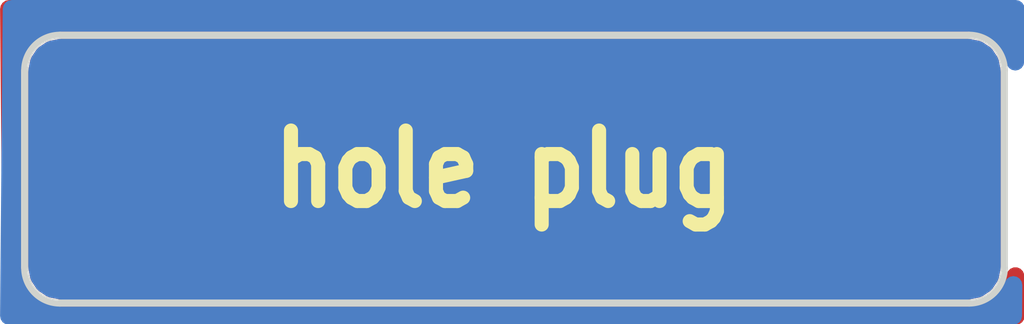
<source format=kicad_pcb>
(kicad_pcb (version 4) (host pcbnew "(2016-07-22 BZR 6991, Git 146a78a)-product")

  (general
    (links 0)
    (no_connects 0)
    (area 24.599999 92.599999 38.600001 96.500001)
    (thickness 1.6)
    (drawings 226)
    (tracks 1)
    (zones 0)
    (modules 0)
    (nets 1)
  )

  (page A4)
  (layers
    (0 F.Cu signal)
    (31 B.Cu signal)
    (32 B.Adhes user)
    (33 F.Adhes user)
    (34 B.Paste user)
    (35 F.Paste user)
    (36 B.SilkS user)
    (37 F.SilkS user)
    (38 B.Mask user)
    (39 F.Mask user)
    (40 Dwgs.User user hide)
    (41 Cmts.User user)
    (42 Eco1.User user)
    (43 Eco2.User user)
    (44 Edge.Cuts user)
    (45 Margin user)
    (46 B.CrtYd user)
    (47 F.CrtYd user)
    (48 B.Fab user)
    (49 F.Fab user)
  )

  (setup
    (last_trace_width 0.25)
    (trace_clearance 0.2)
    (zone_clearance 0)
    (zone_45_only yes)
    (trace_min 0.2)
    (segment_width 0.5)
    (edge_width 0.1)
    (via_size 0.8)
    (via_drill 0.4)
    (via_min_size 0.4)
    (via_min_drill 0.3)
    (uvia_size 0.3)
    (uvia_drill 0.1)
    (uvias_allowed no)
    (uvia_min_size 0.2)
    (uvia_min_drill 0.1)
    (pcb_text_width 0.3)
    (pcb_text_size 1.5 1.5)
    (mod_edge_width 0.15)
    (mod_text_size 1 1)
    (mod_text_width 0.15)
    (pad_size 0.8 0.8)
    (pad_drill 0.45)
    (pad_to_mask_clearance 0)
    (aux_axis_origin 24.25 92.1)
    (grid_origin 24.25 92.1)
    (visible_elements 7FFFFFFF)
    (pcbplotparams
      (layerselection 0x010f0_ffffffff)
      (usegerberextensions true)
      (excludeedgelayer true)
      (linewidth 0.150000)
      (plotframeref false)
      (viasonmask false)
      (mode 1)
      (useauxorigin true)
      (hpglpennumber 1)
      (hpglpenspeed 20)
      (hpglpendiameter 15)
      (psnegative false)
      (psa4output false)
      (plotreference false)
      (plotvalue false)
      (plotinvisibletext false)
      (padsonsilk false)
      (subtractmaskfromsilk true)
      (outputformat 1)
      (mirror false)
      (drillshape 0)
      (scaleselection 1)
      (outputdirectory Gerber/20160819_hole_plug_1/))
  )

  (net 0 "")

  (net_class Default "This is the default net class."
    (clearance 0.2)
    (trace_width 0.25)
    (via_dia 0.8)
    (via_drill 0.4)
    (uvia_dia 0.3)
    (uvia_drill 0.1)
  )

  (gr_text "hole plug" (at 31.45 94.55) (layer F.SilkS) (tstamp 57B64DB5)
    (effects (font (size 1 0.9) (thickness 0.2)))
  )
  (gr_line (start 25.15 96.45) (end 38.05 96.45) (layer Edge.Cuts) (width 0.1))
  (gr_line (start 24.65 93.15) (end 24.65 95.95) (layer Edge.Cuts) (width 0.1))
  (gr_line (start 38.05 92.65) (end 25.15 92.65) (layer Edge.Cuts) (width 0.1))
  (gr_line (start 38.55 95.95) (end 38.55 93.15) (layer Edge.Cuts) (width 0.1))
  (gr_arc (start 38.05 95.95) (end 38.55 95.95) (angle 90) (layer Edge.Cuts) (width 0.1) (tstamp 57B64C9E))
  (gr_arc (start 38.05 93.15) (end 38.05 92.65) (angle 90) (layer Edge.Cuts) (width 0.1) (tstamp 57B64C94))
  (gr_arc (start 25.15 93.15) (end 24.65 93.15) (angle 90) (layer Edge.Cuts) (width 0.1) (tstamp 57B64C86))
  (gr_arc (start 25.15 95.95) (end 25.15 96.45) (angle 90) (layer Edge.Cuts) (width 0.1) (tstamp 57B64C75))
  (gr_line (start 30.861191 121.923439) (end 96.368446 121.923439) (layer Dwgs.User) (width 0.1))
  (gr_line (start 89.85 99.53) (end 90.25 99.93) (layer Dwgs.User) (width 0.2) (tstamp 57ABA1D5))
  (gr_line (start 90.25 99.53) (end 89.85 99.93) (layer Dwgs.User) (width 0.2) (tstamp 57ABA1E4))
  (gr_line (start 90.25 99.93) (end 90.25 99.53) (layer Dwgs.User) (width 0.2) (tstamp 57ABA1E1))
  (gr_line (start 90.25 99.53) (end 89.85 99.93) (layer Dwgs.User) (width 0.2) (tstamp 57ABA1DB))
  (gr_line (start 89.85 99.93) (end 89.85 99.53) (layer Dwgs.User) (width 0.2) (tstamp 57ABA1D8))
  (gr_line (start 89.85 99.53) (end 90.25 99.93) (layer Dwgs.User) (width 0.2) (tstamp 57ABA1DE))
  (gr_line (start 97.289077 123.308939) (end 97.289077 121.708939) (layer Dwgs.User) (width 0.1))
  (gr_line (start 48.0331 113.572642) (end 42.668781 113.572642) (layer Dwgs.User) (width 0.1))
  (gr_line (start 48.0331 121.236828) (end 48.0331 113.572642) (layer Dwgs.User) (width 0.1))
  (gr_line (start 42.668781 113.572642) (end 42.668781 121.236828) (layer Dwgs.User) (width 0.1))
  (gr_line (start 97.289077 121.708939) (end 29.202965 121.708939) (layer Dwgs.User) (width 0.1))
  (gr_line (start 69.913521 119.199078) (end 57.413521 119.199078) (layer Dwgs.User) (width 0.1))
  (gr_line (start 42.668781 121.236828) (end 48.0331 121.236828) (layer Dwgs.User) (width 0.1))
  (gr_line (start 29.202965 121.708939) (end 29.202965 123.308939) (layer Dwgs.User) (width 0.1))
  (gr_line (start 57.413521 119.199078) (end 57.413521 124.199078) (layer Dwgs.User) (width 0.1))
  (gr_line (start 69.913521 124.199078) (end 69.913521 119.199078) (layer Dwgs.User) (width 0.1))
  (gr_line (start 29.202965 123.308939) (end 97.289077 123.308939) (layer Dwgs.User) (width 0.1))
  (gr_line (start 57.413521 124.199078) (end 69.913521 124.199078) (layer Dwgs.User) (width 0.1))
  (gr_line (start 95.513035 97.299353) (end 95.575398 94.81731) (layer Dwgs.User) (width 0.1))
  (gr_line (start 99.080191 98.933259) (end 97.196832 98.858422) (layer Dwgs.User) (width 0.1))
  (gr_line (start 30.807102 95.442694) (end 29.643562 94.960739) (layer Dwgs.User) (width 0.1))
  (gr_line (start 28.123694 119.912146) (end 28.086277 121.758088) (layer Dwgs.User) (width 0.1))
  (gr_line (start 28.037135 124.122396) (end 28.519087 125.285936) (layer Dwgs.User) (width 0.1))
  (gr_line (start 96.149136 123.57909) (end 97.309086 122.506451) (layer Dwgs.User) (width 0.1))
  (gr_line (start 29.932219 121.770562) (end 29.894802 122.369246) (layer Dwgs.User) (width 0.1))
  (gr_line (start 95.625289 123.554142) (end 96.149136 123.57909) (layer Dwgs.User) (width 0.1))
  (gr_line (start 29.643562 98.251731) (end 30.807102 97.769778) (layer Dwgs.User) (width 0.1))
  (gr_line (start 96.151332 124.169465) (end 96.151332 124.169465) (layer Dwgs.User) (width 0.1))
  (gr_line (start 31.516237 123.529196) (end 31.603545 125.811677) (layer Dwgs.User) (width 0.1))
  (gr_line (start 29.98211 98.845953) (end 28.111223 98.858427) (layer Dwgs.User) (width 0.1))
  (gr_line (start 96.660508 110.345668) (end 96.7104 100.854035) (layer Dwgs.User) (width 0.1))
  (gr_line (start 30.846168 122.958856) (end 29.682629 122.476901) (layer Dwgs.User) (width 0.1))
  (gr_line (start 96.660508 119.912135) (end 96.660508 110.345668) (layer Dwgs.User) (width 0.1))
  (gr_line (start 31.289056 96.606234) (end 30.807102 95.442694) (layer Dwgs.User) (width 0.1))
  (gr_line (start 28.480022 97.769778) (end 29.643562 98.251731) (layer Dwgs.User) (width 0.1))
  (gr_line (start 28.519087 122.958856) (end 28.037135 124.122396) (layer Dwgs.User) (width 0.1))
  (gr_line (start 29.682629 122.476901) (end 28.519087 122.958856) (layer Dwgs.User) (width 0.1))
  (gr_line (start 97.796826 122.52397) (end 96.633284 123.005925) (layer Dwgs.User) (width 0.1))
  (gr_line (start 31.603545 125.811677) (end 95.550452 125.824151) (layer Dwgs.User) (width 0.1))
  (gr_line (start 31.328123 124.122396) (end 30.846168 122.958856) (layer Dwgs.User) (width 0.1))
  (gr_line (start 96.7104 100.854035) (end 99.055243 100.766727) (layer Dwgs.User) (width 0.1))
  (gr_line (start 28.480022 95.442694) (end 27.998068 96.606234) (layer Dwgs.User) (width 0.1))
  (gr_line (start 99.155025 119.949552) (end 96.660508 119.912135) (layer Dwgs.User) (width 0.1))
  (gr_line (start 99.22986 121.770548) (end 99.155025 119.949552) (layer Dwgs.User) (width 0.1))
  (gr_line (start 27.998068 96.606234) (end 28.480022 97.769778) (layer Dwgs.User) (width 0.1))
  (gr_line (start 98.960365 123.005925) (end 97.796826 122.52397) (layer Dwgs.User) (width 0.1))
  (gr_line (start 70.608536 119.540521) (end 70.608536 115.480749) (layer Dwgs.User) (width 0.1))
  (gr_line (start 29.643562 94.960739) (end 28.480022 95.442694) (layer Dwgs.User) (width 0.1))
  (gr_line (start 29.894802 122.369246) (end 30.95497 123.579085) (layer Dwgs.User) (width 0.1))
  (gr_line (start 31.34162 97.199573) (end 29.98211 98.584028) (layer Dwgs.User) (width 0.1))
  (gr_line (start 97.246723 98.234792) (end 96.236444 97.286879) (layer Dwgs.User) (width 0.1))
  (gr_line (start 95.575398 94.81731) (end 31.62849 94.829781) (layer Dwgs.User) (width 0.1))
  (gr_line (start 30.807102 97.769778) (end 31.289056 96.606234) (layer Dwgs.User) (width 0.1))
  (gr_line (start 97.408863 121.832911) (end 99.22986 121.770548) (layer Dwgs.User) (width 0.1))
  (gr_line (start 28.111223 98.858427) (end 28.086274 100.754261) (layer Dwgs.User) (width 0.1))
  (gr_line (start 27.998068 96.606234) (end 27.998068 96.606234) (layer Dwgs.User) (width 0.1))
  (gr_line (start 29.682629 125.76789) (end 30.846168 125.285936) (layer Dwgs.User) (width 0.1))
  (gr_line (start 30.95497 123.579085) (end 31.516237 123.529196) (layer Dwgs.User) (width 0.1))
  (gr_line (start 96.236444 97.286879) (end 95.513035 97.299353) (layer Dwgs.User) (width 0.1))
  (gr_line (start 56.543957 119.540521) (end 70.608536 119.540521) (layer Dwgs.User) (width 0.1))
  (gr_line (start 28.086277 121.758088) (end 29.932219 121.770562) (layer Dwgs.User) (width 0.1))
  (gr_line (start 28.086274 100.754261) (end 30.555846 100.779209) (layer Dwgs.User) (width 0.1))
  (gr_line (start 30.846168 125.285936) (end 31.328123 124.122396) (layer Dwgs.User) (width 0.1))
  (gr_line (start 28.519087 125.285936) (end 29.682629 125.76789) (layer Dwgs.User) (width 0.1))
  (gr_line (start 96.633284 123.005925) (end 96.151332 124.169465) (layer Dwgs.User) (width 0.1))
  (gr_line (start 99.055243 100.766727) (end 99.080191 98.933259) (layer Dwgs.User) (width 0.1))
  (gr_line (start 56.543957 115.480749) (end 56.543957 119.540521) (layer Dwgs.User) (width 0.1))
  (gr_line (start 28.037135 124.122396) (end 28.037135 124.122396) (layer Dwgs.User) (width 0.1))
  (gr_line (start 70.608536 115.480749) (end 56.543957 115.480749) (layer Dwgs.User) (width 0.1))
  (gr_line (start 70.396626 119.272938) (end 70.396626 115.83049) (layer Dwgs.User) (width 0.1))
  (gr_line (start 56.751611 115.83049) (end 56.751611 119.272938) (layer Dwgs.User) (width 0.1))
  (gr_line (start 30.555846 100.779209) (end 30.580794 119.862255) (layer Dwgs.User) (width 0.1))
  (gr_line (start 56.751611 119.272938) (end 70.396626 119.272938) (layer Dwgs.User) (width 0.1))
  (gr_line (start 70.396626 115.83049) (end 56.751611 115.83049) (layer Dwgs.User) (width 0.1))
  (gr_line (start 97.309086 122.506451) (end 97.408863 121.832911) (layer Dwgs.User) (width 0.1))
  (gr_line (start 97.196832 98.858422) (end 97.246723 98.234792) (layer Dwgs.User) (width 0.1))
  (gr_line (start 29.98211 98.584028) (end 29.98211 98.845953) (layer Dwgs.User) (width 0.1))
  (gr_line (start 95.550452 125.824151) (end 95.625289 123.554142) (layer Dwgs.User) (width 0.1))
  (gr_line (start 30.580794 119.862255) (end 28.123694 119.912146) (layer Dwgs.User) (width 0.1))
  (gr_line (start 99.44232 124.169465) (end 98.960365 123.005925) (layer Dwgs.User) (width 0.1))
  (gr_line (start 98.960365 125.333005) (end 99.44232 124.169465) (layer Dwgs.User) (width 0.1))
  (gr_line (start 97.796826 125.814959) (end 98.960365 125.333005) (layer Dwgs.User) (width 0.1))
  (gr_line (start 101.610071 127.868714) (end 101.610071 92.868713) (layer Dwgs.User) (width 0.1))
  (gr_line (start 25.610068 92.868713) (end 25.610068 127.868714) (layer Dwgs.User) (width 0.1))
  (gr_line (start 70.271898 119.28539) (end 56.851404 119.28539) (layer Dwgs.User) (width 0.1))
  (gr_line (start 69.648749 123.919269) (end 69.648749 119.400409) (layer Dwgs.User) (width 0.1))
  (gr_line (start 69.648749 119.400409) (end 57.662449 119.400409) (layer Dwgs.User) (width 0.1))
  (gr_line (start 57.662449 119.400409) (end 57.662449 123.919269) (layer Dwgs.User) (width 0.1))
  (gr_line (start 42.825261 121.244304) (end 47.826765 121.244304) (layer Dwgs.User) (width 0.1))
  (gr_line (start 47.908206 113.805182) (end 42.906702 113.805182) (layer Dwgs.User) (width 0.1))
  (gr_line (start 57.662449 123.919269) (end 69.648749 123.919269) (layer Dwgs.User) (width 0.1))
  (gr_line (start 97.756908 98.2755) (end 98.920445 97.793544) (layer Dwgs.User) (width 0.1))
  (gr_line (start 96.593365 97.793544) (end 97.756908 98.2755) (layer Dwgs.User) (width 0.1))
  (gr_line (start 56.851404 121.256057) (end 70.271898 121.256057) (layer Dwgs.User) (width 0.1))
  (gr_line (start 47.908206 121.226366) (end 47.908206 113.805182) (layer Dwgs.User) (width 0.1))
  (gr_line (start 96.593365 95.466459) (end 96.111414 96.63) (layer Dwgs.User) (width 0.1))
  (gr_line (start 98.920445 95.466459) (end 97.756908 94.984505) (layer Dwgs.User) (width 0.1))
  (gr_line (start 70.271898 121.256057) (end 70.271898 119.28539) (layer Dwgs.User) (width 0.1))
  (gr_line (start 42.825261 113.82312) (end 42.825261 121.244304) (layer Dwgs.User) (width 0.1))
  (gr_line (start 96.151332 124.169465) (end 96.633284 125.333005) (layer Dwgs.User) (width 0.1))
  (gr_line (start 47.826765 121.244304) (end 47.826765 113.82312) (layer Dwgs.User) (width 0.1))
  (gr_line (start 47.826765 113.82312) (end 42.825261 113.82312) (layer Dwgs.User) (width 0.1))
  (gr_line (start 42.906702 121.226366) (end 47.908206 121.226366) (layer Dwgs.User) (width 0.1))
  (gr_line (start 96.633284 125.333005) (end 97.796826 125.814959) (layer Dwgs.User) (width 0.1))
  (gr_line (start 96.111414 96.63) (end 96.111414 96.63) (layer Dwgs.User) (width 0.1))
  (gr_line (start 97.756908 94.984505) (end 96.593365 95.466459) (layer Dwgs.User) (width 0.1))
  (gr_line (start 99.402402 96.63) (end 98.920445 95.466459) (layer Dwgs.User) (width 0.1))
  (gr_line (start 56.851404 119.28539) (end 56.851404 121.256057) (layer Dwgs.User) (width 0.1))
  (gr_line (start 42.906702 113.805182) (end 42.906702 121.226366) (layer Dwgs.User) (width 0.1))
  (gr_line (start 25.610068 127.868714) (end 101.610071 127.868714) (layer Dwgs.User) (width 0.1))
  (gr_line (start 101.610071 92.868713) (end 25.610068 92.868713) (layer Dwgs.User) (width 0.1))
  (gr_line (start 98.920445 97.793544) (end 99.402402 96.63) (layer Dwgs.User) (width 0.1))
  (gr_line (start 96.111414 96.63) (end 96.593365 97.793544) (layer Dwgs.User) (width 0.1))
  (dimension 69.540006 (width 0.3) (layer Dwgs.User)
    (gr_text "69.540 mm" (at 63.563149 138.094064 0.02471776357) (layer Dwgs.User)
      (effects (font (size 1.5 1.5) (thickness 0.3)))
    )
    (feature1 (pts (xy 98.325738 120.9) (xy 98.333732 139.429064)))
    (feature2 (pts (xy 28.785738 120.93) (xy 28.793732 139.459064)))
    (crossbar (pts (xy 28.792567 136.759064) (xy 98.332567 136.729064)))
    (arrow1a (pts (xy 98.332567 136.729064) (xy 97.206316 137.315971)))
    (arrow1b (pts (xy 98.332567 136.729064) (xy 97.20581 136.143129)))
    (arrow2a (pts (xy 28.792567 136.759064) (xy 29.919324 137.344999)))
    (arrow2b (pts (xy 28.792567 136.759064) (xy 29.918818 136.172157)))
  )
  (gr_line (start 90.25 113.53) (end 89.85 113.93) (layer Dwgs.User) (width 0.2) (tstamp 57ABA1E6))
  (gr_line (start 77.25 113.53) (end 76.85 113.93) (layer Dwgs.User) (width 0.2) (tstamp 57ABA1E5))
  (gr_line (start 90.25 113.93) (end 90.25 113.53) (layer Dwgs.User) (width 0.2) (tstamp 57ABA1E3))
  (gr_line (start 77.25 113.93) (end 77.25 113.53) (layer Dwgs.User) (width 0.2) (tstamp 57ABA1E2))
  (gr_line (start 89.85 113.53) (end 90.25 113.93) (layer Dwgs.User) (width 0.2) (tstamp 57ABA1E0))
  (gr_line (start 76.85 113.53) (end 77.25 113.93) (layer Dwgs.User) (width 0.2) (tstamp 57ABA1DF))
  (gr_line (start 90.25 113.53) (end 89.85 113.93) (layer Dwgs.User) (width 0.2) (tstamp 57ABA1DD))
  (gr_line (start 77.25 113.53) (end 76.85 113.93) (layer Dwgs.User) (width 0.2) (tstamp 57ABA1DC))
  (gr_line (start 89.85 113.93) (end 89.85 113.53) (layer Dwgs.User) (width 0.2) (tstamp 57ABA1DA))
  (gr_line (start 76.85 113.93) (end 76.85 113.53) (layer Dwgs.User) (width 0.2) (tstamp 57ABA1D9))
  (gr_line (start 89.85 113.53) (end 90.25 113.93) (layer Dwgs.User) (width 0.2) (tstamp 57ABA1D7))
  (gr_line (start 76.85 113.53) (end 77.25 113.93) (layer Dwgs.User) (width 0.2) (tstamp 57ABA1D6))
  (gr_line (start 76.85 99.53) (end 77.25 99.93) (layer Dwgs.User) (width 0.2) (tstamp 57ABA1AB))
  (gr_line (start 77.25 99.53) (end 76.85 99.93) (layer Dwgs.User) (width 0.2) (tstamp 57ABA1AA))
  (gr_line (start 77.25 99.93) (end 77.25 99.53) (layer Dwgs.User) (width 0.2) (tstamp 57ABA1A9))
  (gr_line (start 63.25 113.53) (end 62.85 113.93) (layer Dwgs.User) (width 0.2) (tstamp 57AB9F4E))
  (gr_line (start 50.25 113.53) (end 49.85 113.93) (layer Dwgs.User) (width 0.2) (tstamp 57AB9F4D))
  (gr_line (start 37.25 113.53) (end 36.85 113.93) (layer Dwgs.User) (width 0.2) (tstamp 57AB9F4C))
  (gr_line (start 63.25 113.93) (end 63.25 113.53) (layer Dwgs.User) (width 0.2) (tstamp 57AB9F49))
  (gr_line (start 50.25 113.93) (end 50.25 113.53) (layer Dwgs.User) (width 0.2) (tstamp 57AB9F48))
  (gr_line (start 37.25 113.93) (end 37.25 113.53) (layer Dwgs.User) (width 0.2) (tstamp 57AB9F47))
  (gr_line (start 62.85 113.53) (end 63.25 113.93) (layer Dwgs.User) (width 0.2) (tstamp 57AB9F44))
  (gr_line (start 49.85 113.53) (end 50.25 113.93) (layer Dwgs.User) (width 0.2) (tstamp 57AB9F43))
  (gr_line (start 36.85 113.53) (end 37.25 113.93) (layer Dwgs.User) (width 0.2) (tstamp 57AB9F42))
  (gr_line (start 76.85 99.53) (end 77.25 99.93) (layer Dwgs.User) (width 0.2))
  (gr_line (start 76.85 99.93) (end 76.85 99.53) (layer Dwgs.User) (width 0.2))
  (gr_line (start 77.25 99.53) (end 76.85 99.93) (layer Dwgs.User) (width 0.2))
  (gr_line (start 27.791242 124.238726) (end 28.273197 123.075186) (layer Dwgs.User) (width 0.1))
  (gr_line (start 29.476654 95.053766) (end 30.640197 95.53572) (layer Dwgs.User) (width 0.1))
  (gr_line (start 29.476654 98.344761) (end 28.313117 97.862805) (layer Dwgs.User) (width 0.1))
  (gr_line (start 31.122148 96.699261) (end 30.640197 97.862805) (layer Dwgs.User) (width 0.1))
  (gr_line (start 101.623494 92.937974) (end 101.623494 127.937975) (layer Dwgs.User) (width 0.1))
  (gr_line (start 27.83116 96.699261) (end 28.313117 95.53572) (layer Dwgs.User) (width 0.1))
  (gr_line (start 30.600278 123.075186) (end 31.08223 124.238726) (layer Dwgs.User) (width 0.1))
  (gr_line (start 31.08223 124.238726) (end 31.08223 124.238726) (layer Dwgs.User) (width 0.1))
  (gr_line (start 28.273197 125.402266) (end 27.791242 124.238726) (layer Dwgs.User) (width 0.1))
  (gr_line (start 25.623491 127.937975) (end 25.623491 92.937974) (layer Dwgs.User) (width 0.1))
  (gr_line (start 101.623494 127.937975) (end 25.623491 127.937975) (layer Dwgs.User) (width 0.1))
  (gr_line (start 99.196427 124.191657) (end 98.714475 125.355197) (layer Dwgs.User) (width 0.1))
  (gr_line (start 30.600278 125.402266) (end 29.436736 125.88422) (layer Dwgs.User) (width 0.1))
  (gr_line (start 30.640197 97.862805) (end 29.476654 98.344761) (layer Dwgs.User) (width 0.1))
  (gr_line (start 95.905439 124.191657) (end 96.387394 123.028117) (layer Dwgs.User) (width 0.1))
  (gr_line (start 29.436736 122.593231) (end 30.600278 123.075186) (layer Dwgs.User) (width 0.1))
  (gr_line (start 31.08223 124.238726) (end 30.600278 125.402266) (layer Dwgs.User) (width 0.1))
  (gr_line (start 31.122148 96.699261) (end 31.122148 96.699261) (layer Dwgs.User) (width 0.1))
  (gr_line (start 30.640197 95.53572) (end 31.122148 96.699261) (layer Dwgs.User) (width 0.1))
  (gr_line (start 28.313117 95.53572) (end 29.476654 95.053766) (layer Dwgs.User) (width 0.1))
  (gr_line (start 28.313117 97.862805) (end 27.83116 96.699261) (layer Dwgs.User) (width 0.1))
  (gr_line (start 25.623491 92.937974) (end 101.623494 92.937974) (layer Dwgs.User) (width 0.1))
  (gr_line (start 96.387394 125.355197) (end 95.905439 124.191657) (layer Dwgs.User) (width 0.1))
  (gr_line (start 29.436736 125.88422) (end 28.273197 125.402266) (layer Dwgs.User) (width 0.1))
  (gr_line (start 97.550933 125.837151) (end 96.387394 125.355197) (layer Dwgs.User) (width 0.1))
  (gr_line (start 28.273197 123.075186) (end 29.436736 122.593231) (layer Dwgs.User) (width 0.1))
  (gr_line (start 98.714475 125.355197) (end 97.550933 125.837151) (layer Dwgs.User) (width 0.1))
  (gr_line (start 96.278592 123.648346) (end 95.717325 123.598457) (layer Dwgs.User) (width 0.1))
  (gr_line (start 97.301343 121.839823) (end 97.33876 122.438507) (layer Dwgs.User) (width 0.1))
  (gr_line (start 30.573054 119.981396) (end 30.573054 110.414929) (layer Dwgs.User) (width 0.1))
  (gr_line (start 29.824699 121.902172) (end 28.003702 121.839809) (layer Dwgs.User) (width 0.1))
  (gr_line (start 98.75354 97.839039) (end 97.59 98.320992) (layer Dwgs.User) (width 0.1))
  (gr_line (start 96.42646 97.839039) (end 95.944506 96.675495) (layer Dwgs.User) (width 0.1))
  (gr_line (start 97.59 98.320992) (end 96.42646 97.839039) (layer Dwgs.User) (width 0.1))
  (gr_line (start 99.235494 96.675495) (end 99.235494 96.675495) (layer Dwgs.User) (width 0.1))
  (gr_line (start 96.677716 100.84847) (end 96.652768 119.931516) (layer Dwgs.User) (width 0.1))
  (gr_line (start 95.617546 96.957018) (end 95.891942 97.268834) (layer Dwgs.User) (width 0.1))
  (gr_line (start 97.251452 98.653289) (end 97.251452 98.915214) (layer Dwgs.User) (width 0.1))
  (gr_line (start 95.605072 94.899042) (end 95.617546 96.957018) (layer Dwgs.User) (width 0.1))
  (gr_line (start 31.608273 123.623403) (end 31.084426 123.648351) (layer Dwgs.User) (width 0.1))
  (gr_line (start 99.147288 100.823522) (end 96.677716 100.84847) (layer Dwgs.User) (width 0.1))
  (gr_line (start 95.891942 97.268834) (end 97.251452 98.653289) (layer Dwgs.User) (width 0.1))
  (gr_line (start 98.75354 95.511955) (end 99.235494 96.675495) (layer Dwgs.User) (width 0.1))
  (gr_line (start 95.630017 125.880938) (end 31.68311 125.893412) (layer Dwgs.User) (width 0.1))
  (gr_line (start 97.33876 122.438507) (end 96.278592 123.648346) (layer Dwgs.User) (width 0.1))
  (gr_line (start 99.109868 119.981407) (end 99.147285 121.827349) (layer Dwgs.User) (width 0.1))
  (gr_line (start 96.42646 95.511955) (end 97.59 95.03) (layer Dwgs.User) (width 0.1))
  (gr_line (start 31.658164 94.886571) (end 95.605072 94.899042) (layer Dwgs.User) (width 0.1))
  (gr_line (start 97.251452 98.915214) (end 99.122339 98.927688) (layer Dwgs.User) (width 0.1))
  (gr_line (start 99.196427 124.191657) (end 99.196427 124.191657) (layer Dwgs.User) (width 0.1))
  (gr_line (start 97.550933 122.546162) (end 98.714475 123.028117) (layer Dwgs.User) (width 0.1))
  (gr_line (start 30.03673 98.927683) (end 29.986839 98.304053) (layer Dwgs.User) (width 0.1))
  (gr_line (start 28.153371 99.00252) (end 30.03673 98.927683) (layer Dwgs.User) (width 0.1))
  (gr_line (start 30.861191 123.523439) (end 30.861191 121.923439) (layer Dwgs.User) (width 0.1))
  (gr_line (start 98.714475 123.028117) (end 99.196427 124.191657) (layer Dwgs.User) (width 0.1))
  (gr_line (start 96.368446 123.523439) (end 30.861191 123.523439) (layer Dwgs.User) (width 0.1))
  (gr_line (start 96.368446 121.923439) (end 96.368446 123.523439) (layer Dwgs.User) (width 0.1))
  (gr_line (start 30.997118 97.35614) (end 31.720527 97.368614) (layer Dwgs.User) (width 0.1))
  (gr_line (start 99.147285 121.827349) (end 97.301343 121.839823) (layer Dwgs.User) (width 0.1))
  (gr_line (start 95.944506 96.675495) (end 96.42646 95.511955) (layer Dwgs.User) (width 0.1))
  (gr_line (start 96.387394 123.028117) (end 97.550933 122.546162) (layer Dwgs.User) (width 0.1))
  (gr_line (start 28.078537 120.018813) (end 30.573054 119.981396) (layer Dwgs.User) (width 0.1))
  (gr_line (start 96.652768 119.931516) (end 99.109868 119.981407) (layer Dwgs.User) (width 0.1))
  (gr_line (start 29.986839 98.304053) (end 30.997118 97.35614) (layer Dwgs.User) (width 0.1))
  (gr_line (start 29.924476 122.575712) (end 29.824699 121.902172) (layer Dwgs.User) (width 0.1))
  (gr_line (start 28.178319 100.835988) (end 28.153371 99.00252) (layer Dwgs.User) (width 0.1))
  (gr_line (start 28.003702 121.839809) (end 28.078537 120.018813) (layer Dwgs.User) (width 0.1))
  (gr_line (start 99.235494 96.675495) (end 98.75354 97.839039) (layer Dwgs.User) (width 0.1))
  (gr_line (start 99.122339 98.927688) (end 99.147288 100.823522) (layer Dwgs.User) (width 0.1))
  (gr_line (start 30.523162 100.923296) (end 28.178319 100.835988) (layer Dwgs.User) (width 0.1))
  (gr_line (start 31.084426 123.648351) (end 29.924476 122.575712) (layer Dwgs.User) (width 0.1))
  (gr_line (start 31.68311 125.893412) (end 31.608273 123.623403) (layer Dwgs.User) (width 0.1))
  (gr_line (start 95.717325 123.598457) (end 95.630017 125.880938) (layer Dwgs.User) (width 0.1))
  (gr_line (start 30.573054 110.414929) (end 30.523162 100.923296) (layer Dwgs.User) (width 0.1))
  (gr_line (start 97.59 95.03) (end 98.75354 95.511955) (layer Dwgs.User) (width 0.1))

  (segment (start 70.25 115.45) (end 56.95 115.45) (width 0.25) (layer Dwgs.User) (net 0))

  (zone (net 0) (net_name "") (layer F.Mask) (tstamp 57B64D4A) (hatch edge 0.508)
    (connect_pads yes (clearance 0))
    (min_thickness 0.254)
    (fill yes (arc_segments 16) (thermal_gap 0.508) (thermal_bridge_width 0.508))
    (polygon
      (pts
        (xy 24.7 93.5) (xy 25.8 93.5) (xy 25.8 95.7) (xy 24.6 95.7) (xy 24.6 93.5)
      )
    )
    (filled_polygon
      (pts
        (xy 25.673 95.573) (xy 24.727 95.573) (xy 24.727 93.627) (xy 25.673 93.627)
      )
    )
  )
  (zone (net 0) (net_name "") (layer F.Mask) (tstamp 57B64D54) (hatch edge 0.508)
    (connect_pads yes (clearance 0))
    (min_thickness 0.254)
    (fill yes (arc_segments 16) (thermal_gap 0.508) (thermal_bridge_width 0.508))
    (polygon
      (pts
        (xy 37.5 93.5) (xy 38.6 93.5) (xy 38.6 95.7) (xy 37.4 95.7) (xy 37.4 93.5)
      )
    )
    (filled_polygon
      (pts
        (xy 38.473 95.573) (xy 37.527 95.573) (xy 37.527 93.627) (xy 38.473 93.627)
      )
    )
  )
  (zone (net 0) (net_name "") (layer F.Cu) (tstamp 57B64E08) (hatch edge 0.508)
    (connect_pads yes (clearance 0))
    (min_thickness 0.254)
    (fill yes (arc_segments 16) (thermal_gap 0.508) (thermal_bridge_width 0.508))
    (polygon
      (pts
        (xy 24.34 96.76) (xy 38.84 96.76) (xy 38.8 92.15) (xy 24.3 92.15)
      )
    )
    (filled_polygon
      (pts
        (xy 38.679587 92.909758) (xy 38.659111 92.860322) (xy 38.65911 92.860321) (xy 38.550723 92.69811) (xy 38.501888 92.649275)
        (xy 38.339679 92.54089) (xy 38.275874 92.514461) (xy 38.275873 92.514461) (xy 38.084531 92.476401) (xy 38.067098 92.476401)
        (xy 38.05 92.473) (xy 25.15 92.473) (xy 25.132902 92.476401) (xy 25.11547 92.476401) (xy 24.924127 92.514461)
        (xy 24.924126 92.514461) (xy 24.899064 92.524842) (xy 24.860322 92.540889) (xy 24.860321 92.54089) (xy 24.698112 92.649275)
        (xy 24.649277 92.69811) (xy 24.54089 92.860321) (xy 24.54089 92.860322) (xy 24.514461 92.924127) (xy 24.476401 93.115469)
        (xy 24.476401 93.132902) (xy 24.473 93.15) (xy 24.473 95.95) (xy 24.476401 95.967098) (xy 24.476401 95.984531)
        (xy 24.514461 96.175873) (xy 24.514461 96.175874) (xy 24.54089 96.239679) (xy 24.649275 96.401888) (xy 24.69811 96.450723)
        (xy 24.860321 96.55911) (xy 24.860322 96.559111) (xy 24.897698 96.574592) (xy 24.924126 96.585539) (xy 24.924127 96.585539)
        (xy 25.11547 96.623599) (xy 25.132902 96.623599) (xy 25.15 96.627) (xy 38.05 96.627) (xy 38.067098 96.623599)
        (xy 38.084531 96.623599) (xy 38.275873 96.585539) (xy 38.275874 96.585539) (xy 38.339679 96.55911) (xy 38.50189 96.450723)
        (xy 38.550725 96.401888) (xy 38.65911 96.239679) (xy 38.659111 96.239678) (xy 38.685539 96.175873) (xy 38.706991 96.068026)
        (xy 38.711893 96.633) (xy 24.465903 96.633) (xy 24.428107 92.277) (xy 38.674097 92.277)
      )
    )
    (filled_polygon
      (pts
        (xy 38.172278 92.85479) (xy 38.275943 92.924057) (xy 38.34521 93.027722) (xy 38.373 93.167433) (xy 38.373 95.932567)
        (xy 38.34521 96.072278) (xy 38.275943 96.175943) (xy 38.172278 96.24521) (xy 38.032567 96.273) (xy 25.167433 96.273)
        (xy 25.027722 96.24521) (xy 24.924057 96.175943) (xy 24.85479 96.072278) (xy 24.827 95.932567) (xy 24.827 93.167433)
        (xy 24.85479 93.027722) (xy 24.924057 92.924057) (xy 25.027722 92.85479) (xy 25.167433 92.827) (xy 38.032567 92.827)
      )
    )
  )
  (zone (net 0) (net_name "") (layer B.Cu) (tstamp 57B726C6) (hatch edge 0.508)
    (connect_pads yes (clearance 0))
    (min_thickness 0.254)
    (fill yes (arc_segments 16) (thermal_gap 0.508) (thermal_bridge_width 0.508))
    (polygon
      (pts
        (xy 24.34 92.15) (xy 38.84 92.15) (xy 38.8 96.76) (xy 24.3 96.76)
      )
    )
    (filled_polygon
      (pts
        (xy 38.705411 93.024032) (xy 38.685539 92.924127) (xy 38.659111 92.860322) (xy 38.65911 92.860321) (xy 38.550723 92.69811)
        (xy 38.501888 92.649275) (xy 38.339679 92.54089) (xy 38.275874 92.514461) (xy 38.275873 92.514461) (xy 38.084531 92.476401)
        (xy 38.067098 92.476401) (xy 38.05 92.473) (xy 25.15 92.473) (xy 25.132902 92.476401) (xy 25.11547 92.476401)
        (xy 24.924127 92.514461) (xy 24.924126 92.514461) (xy 24.899064 92.524842) (xy 24.860322 92.540889) (xy 24.860321 92.54089)
        (xy 24.698112 92.649275) (xy 24.649277 92.69811) (xy 24.54089 92.860321) (xy 24.54089 92.860322) (xy 24.514461 92.924127)
        (xy 24.476401 93.115469) (xy 24.476401 93.132902) (xy 24.473 93.15) (xy 24.473 95.95) (xy 24.476401 95.967098)
        (xy 24.476401 95.984531) (xy 24.514461 96.175873) (xy 24.514461 96.175874) (xy 24.54089 96.239679) (xy 24.649275 96.401888)
        (xy 24.69811 96.450723) (xy 24.860321 96.55911) (xy 24.860322 96.559111) (xy 24.897698 96.574592) (xy 24.924126 96.585539)
        (xy 24.924127 96.585539) (xy 25.11547 96.623599) (xy 25.132902 96.623599) (xy 25.15 96.627) (xy 38.05 96.627)
        (xy 38.067098 96.623599) (xy 38.084531 96.623599) (xy 38.275873 96.585539) (xy 38.275874 96.585539) (xy 38.339679 96.55911)
        (xy 38.50189 96.450723) (xy 38.550725 96.401888) (xy 38.65911 96.239679) (xy 38.659111 96.239678) (xy 38.677903 96.194308)
        (xy 38.674097 96.633) (xy 24.428107 96.633) (xy 24.465903 92.277) (xy 38.711893 92.277)
      )
    )
    (filled_polygon
      (pts
        (xy 38.172278 92.85479) (xy 38.275943 92.924057) (xy 38.34521 93.027722) (xy 38.373 93.167433) (xy 38.373 95.932567)
        (xy 38.34521 96.072278) (xy 38.275943 96.175943) (xy 38.172278 96.24521) (xy 38.032567 96.273) (xy 25.167433 96.273)
        (xy 25.027722 96.24521) (xy 24.924057 96.175943) (xy 24.85479 96.072278) (xy 24.827 95.932567) (xy 24.827 93.167433)
        (xy 24.85479 93.027722) (xy 24.924057 92.924057) (xy 25.027722 92.85479) (xy 25.167433 92.827) (xy 38.032567 92.827)
      )
    )
  )
)

</source>
